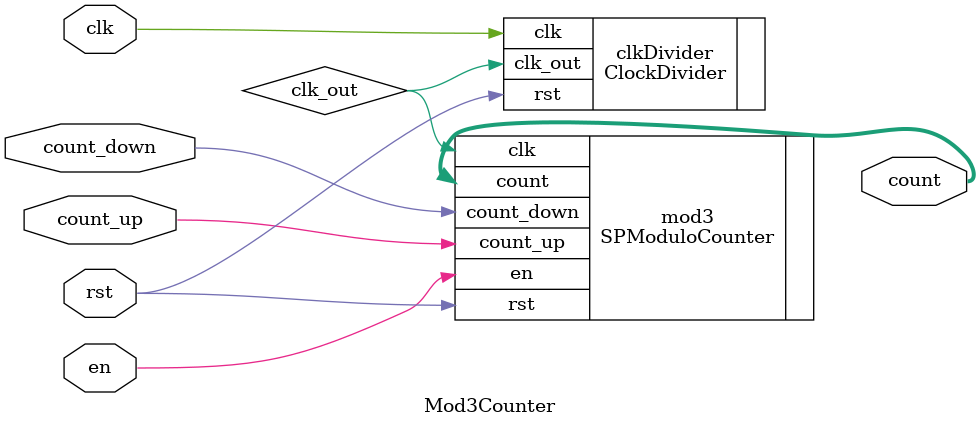
<source format=v>
/*******************************************************************
*
* Module: Mod6Counter.v
* Project: Alarm/Clock
* Author1: Mostafa Gaafar, mostafa21314@aucegypt.edu
* Author2: Malek Mahmoud, Malekrouk@aucegypt.edu
* Author3: Habiba Seif, habibaseif@aucegypt.edu
* Description: This module implements a modulo-6 counter.
*
* Change history: 
*   05/13/24 - Initial implementation
*   05/18/24 - Added count down and count up functionality
**********************************************************************/

`timescale 1ns / 1ps

module Mod6Counter (
    input wire clk,
    input wire rst,
    input wire en,
    input wire count_down,
    input wire count_up,
    output  [2:0] count
);
    wire clk_out;

    ClockDivider clkDivider (
        .clk(clk),
        .rst(rst),
        .clk_out(clk_out)
    );

    SPModuloCounter #(3, 6) mod6 (
        .clk(clk_out),
        .rst(rst),
        .en(en),
        .count_down(count_down),
        .count_up(count_up),
        .count(count)
    );

endmodule

/*******************************************************************
*
* Module: Mod3Counter.v
* Project: Alarm/Clock
* Author1: Mostafa Gaafar, mostafa21314@aucegypt.edu
* Author2: Malek Mahmoud, Malekrouk@aucegypt.edu
* Author3: Saif Ahmed, saif_ahmed@aucegypt.edu
* Author4: Habiba Seif, habibaseif@aucegypt.edu
* Description: This module implements a modulo-3 counter with up and down functionality.
*
* Change history: 
*   05/13/24 - Initial implementation
*   05/18/24 - Added count down and up functionality
**********************************************************************/

`timescale 1ns / 1ps

module Mod3Counter (
    input wire clk,
    input wire rst,
    input wire en,
    input wire count_down,
    input wire count_up,
    output  [1:0] count
);
    wire clk_out;

    ClockDivider clkDivider (
        .clk(clk),
        .rst(rst),
        .clk_out(clk_out)
    );

    SPModuloCounter #(2, 3) mod3 (
        .clk(clk_out),
        .rst(rst),
        .en(en),
        .count_down(count_down),
        .count_up(count_up),
        .count(count)
    );

endmodule

</source>
